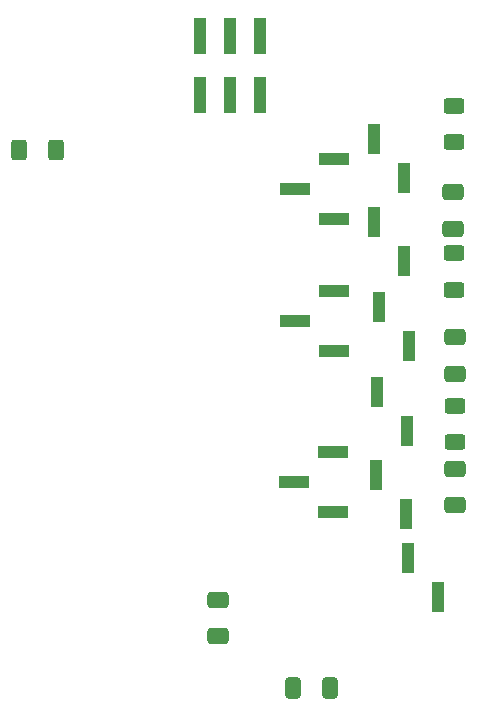
<source format=gbr>
%TF.GenerationSoftware,KiCad,Pcbnew,8.0.1-rc1*%
%TF.CreationDate,2024-11-21T18:28:05-08:00*%
%TF.ProjectId,AMS - CANBus Sensor - Temperature - RTD,414d5320-2d20-4434-914e-427573205365,rev?*%
%TF.SameCoordinates,Original*%
%TF.FileFunction,Paste,Top*%
%TF.FilePolarity,Positive*%
%FSLAX46Y46*%
G04 Gerber Fmt 4.6, Leading zero omitted, Abs format (unit mm)*
G04 Created by KiCad (PCBNEW 8.0.1-rc1) date 2024-11-21 18:28:05*
%MOMM*%
%LPD*%
G01*
G04 APERTURE LIST*
G04 Aperture macros list*
%AMRoundRect*
0 Rectangle with rounded corners*
0 $1 Rounding radius*
0 $2 $3 $4 $5 $6 $7 $8 $9 X,Y pos of 4 corners*
0 Add a 4 corners polygon primitive as box body*
4,1,4,$2,$3,$4,$5,$6,$7,$8,$9,$2,$3,0*
0 Add four circle primitives for the rounded corners*
1,1,$1+$1,$2,$3*
1,1,$1+$1,$4,$5*
1,1,$1+$1,$6,$7*
1,1,$1+$1,$8,$9*
0 Add four rect primitives between the rounded corners*
20,1,$1+$1,$2,$3,$4,$5,0*
20,1,$1+$1,$4,$5,$6,$7,0*
20,1,$1+$1,$6,$7,$8,$9,0*
20,1,$1+$1,$8,$9,$2,$3,0*%
G04 Aperture macros list end*
%ADD10R,1.000000X2.510000*%
%ADD11R,2.510000X1.000000*%
%ADD12RoundRect,0.250000X-0.650000X0.412500X-0.650000X-0.412500X0.650000X-0.412500X0.650000X0.412500X0*%
%ADD13RoundRect,0.250000X-0.400000X-0.625000X0.400000X-0.625000X0.400000X0.625000X-0.400000X0.625000X0*%
%ADD14RoundRect,0.250000X0.650000X-0.412500X0.650000X0.412500X-0.650000X0.412500X-0.650000X-0.412500X0*%
%ADD15RoundRect,0.250000X-0.625000X0.400000X-0.625000X-0.400000X0.625000X-0.400000X0.625000X0.400000X0*%
%ADD16R,1.000000X3.150000*%
%ADD17RoundRect,0.250000X0.625000X-0.400000X0.625000X0.400000X-0.625000X0.400000X-0.625000X-0.400000X0*%
%ADD18RoundRect,0.250000X0.412500X0.650000X-0.412500X0.650000X-0.412500X-0.650000X0.412500X-0.650000X0*%
G04 APERTURE END LIST*
D10*
%TO.C,J13*%
X161145200Y-114528300D03*
X163685200Y-117838300D03*
%TD*%
D11*
%TO.C,J12*%
X154800700Y-105528500D03*
X151490700Y-108068500D03*
X154800700Y-110608500D03*
%TD*%
D10*
%TO.C,J11*%
X158428300Y-107484600D03*
X160968300Y-110794600D03*
%TD*%
%TO.C,J10*%
X158534400Y-100436400D03*
X161074400Y-103746400D03*
%TD*%
D11*
%TO.C,J9*%
X154907400Y-91933000D03*
X151597400Y-94473000D03*
X154907400Y-97013000D03*
%TD*%
D10*
%TO.C,J8*%
X158715700Y-93290400D03*
X161255700Y-96600400D03*
%TD*%
%TO.C,J7*%
X158262000Y-86042500D03*
X160802000Y-89352500D03*
%TD*%
D11*
%TO.C,J6*%
X154909700Y-80726800D03*
X151599700Y-83266800D03*
X154909700Y-85806800D03*
%TD*%
D10*
%TO.C,J2*%
X158251300Y-79044600D03*
X160791300Y-82354600D03*
%TD*%
D12*
%TO.C,C3*%
X145039800Y-118025700D03*
X145039800Y-121150700D03*
%TD*%
D13*
%TO.C,R1*%
X128210200Y-79985300D03*
X131310200Y-79985300D03*
%TD*%
D14*
%TO.C,C8*%
X164977800Y-86638200D03*
X164977800Y-83513200D03*
%TD*%
D15*
%TO.C,R10*%
X165154800Y-101617500D03*
X165154800Y-104717500D03*
%TD*%
%TO.C,R9*%
X165062500Y-88691700D03*
X165062500Y-91791700D03*
%TD*%
D12*
%TO.C,C15*%
X165117100Y-106930900D03*
X165117100Y-110055900D03*
%TD*%
D16*
%TO.C,J4*%
X148585100Y-70282000D03*
X148585100Y-75332000D03*
X146045100Y-70282000D03*
X146045100Y-75332000D03*
X143505100Y-70282000D03*
X143505100Y-75332000D03*
%TD*%
D17*
%TO.C,R8*%
X165064200Y-79297600D03*
X165064200Y-76197600D03*
%TD*%
D18*
%TO.C,C5*%
X151408000Y-125541700D03*
X154533000Y-125541700D03*
%TD*%
D12*
%TO.C,C11*%
X165137700Y-95807100D03*
X165137700Y-98932100D03*
%TD*%
M02*

</source>
